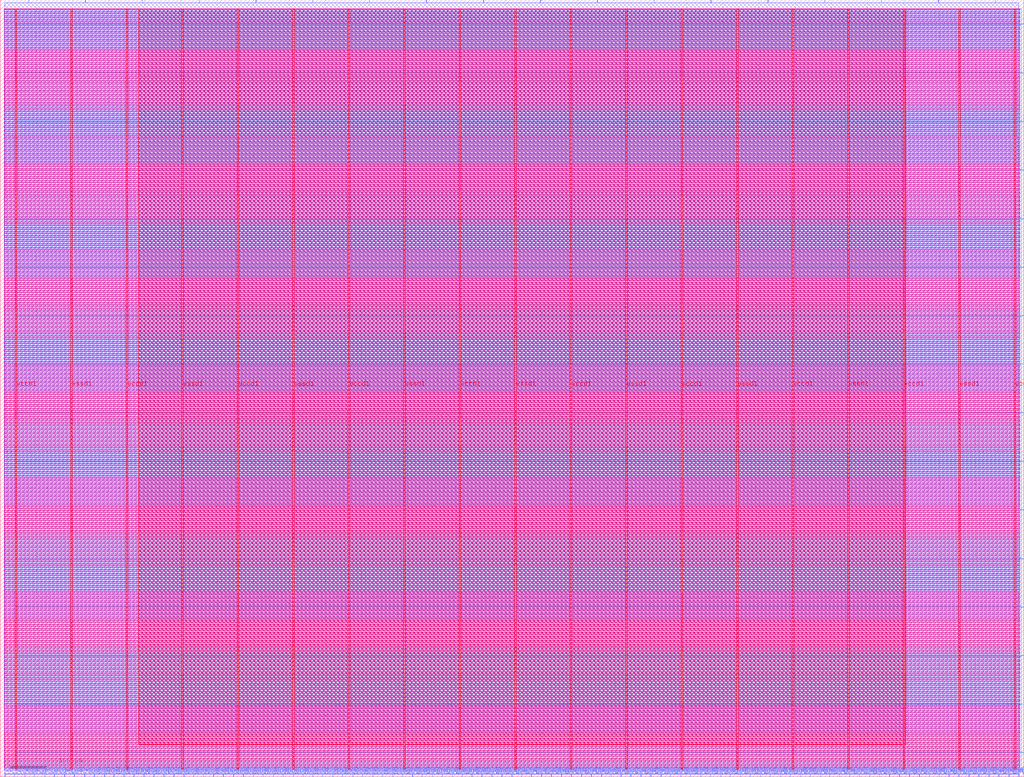
<source format=lef>
VERSION 5.7 ;
  NOWIREEXTENSIONATPIN ON ;
  DIVIDERCHAR "/" ;
  BUSBITCHARS "[]" ;
MACRO bqmain
  CLASS BLOCK ;
  FOREIGN bqmain ;
  ORIGIN 0.000 0.000 ;
  SIZE 1416.630 BY 1075.950 ;
  PIN bq_clk_i
    DIRECTION INPUT ;
    USE SIGNAL ;
    PORT
      LAYER met2 ;
        RECT 1409.530 0.000 1409.810 4.000 ;
    END
  END bq_clk_i
  PIN nreset
    DIRECTION INPUT ;
    USE SIGNAL ;
    PORT
      LAYER met2 ;
        RECT 39.190 1071.950 39.470 1075.950 ;
    END
  END nreset
  PIN valid_i
    DIRECTION INPUT ;
    USE SIGNAL ;
    PORT
      LAYER met2 ;
        RECT 117.850 1071.950 118.130 1075.950 ;
    END
  END valid_i
  PIN vccd1
    DIRECTION INPUT ;
    USE POWER ;
    PORT
      LAYER met4 ;
        RECT 21.040 10.640 22.640 1063.760 ;
    END
    PORT
      LAYER met4 ;
        RECT 174.640 10.640 176.240 1063.760 ;
    END
    PORT
      LAYER met4 ;
        RECT 328.240 10.640 329.840 1063.760 ;
    END
    PORT
      LAYER met4 ;
        RECT 481.840 10.640 483.440 1063.760 ;
    END
    PORT
      LAYER met4 ;
        RECT 635.440 10.640 637.040 1063.760 ;
    END
    PORT
      LAYER met4 ;
        RECT 789.040 10.640 790.640 1063.760 ;
    END
    PORT
      LAYER met4 ;
        RECT 942.640 10.640 944.240 1063.760 ;
    END
    PORT
      LAYER met4 ;
        RECT 1096.240 10.640 1097.840 1063.760 ;
    END
    PORT
      LAYER met4 ;
        RECT 1249.840 10.640 1251.440 1063.760 ;
    END
    PORT
      LAYER met4 ;
        RECT 1403.440 10.640 1405.040 1063.760 ;
    END
  END vccd1
  PIN vssd1
    DIRECTION INPUT ;
    USE GROUND ;
    PORT
      LAYER met4 ;
        RECT 97.840 10.640 99.440 1063.760 ;
    END
    PORT
      LAYER met4 ;
        RECT 251.440 10.640 253.040 1063.760 ;
    END
    PORT
      LAYER met4 ;
        RECT 405.040 10.640 406.640 1063.760 ;
    END
    PORT
      LAYER met4 ;
        RECT 558.640 10.640 560.240 1063.760 ;
    END
    PORT
      LAYER met4 ;
        RECT 712.240 10.640 713.840 1063.760 ;
    END
    PORT
      LAYER met4 ;
        RECT 865.840 10.640 867.440 1063.760 ;
    END
    PORT
      LAYER met4 ;
        RECT 1019.440 10.640 1021.040 1063.760 ;
    END
    PORT
      LAYER met4 ;
        RECT 1173.040 10.640 1174.640 1063.760 ;
    END
    PORT
      LAYER met4 ;
        RECT 1326.640 10.640 1328.240 1063.760 ;
    END
  END vssd1
  PIN wb_ack_o
    DIRECTION OUTPUT TRISTATE ;
    USE SIGNAL ;
    PORT
      LAYER met2 ;
        RECT 6.530 0.000 6.810 4.000 ;
    END
  END wb_ack_o
  PIN wb_adr_i[0]
    DIRECTION INPUT ;
    USE SIGNAL ;
    PORT
      LAYER met2 ;
        RECT 88.870 0.000 89.150 4.000 ;
    END
  END wb_adr_i[0]
  PIN wb_adr_i[10]
    DIRECTION INPUT ;
    USE SIGNAL ;
    PORT
      LAYER met2 ;
        RECT 501.490 0.000 501.770 4.000 ;
    END
  END wb_adr_i[10]
  PIN wb_adr_i[11]
    DIRECTION INPUT ;
    USE SIGNAL ;
    PORT
      LAYER met2 ;
        RECT 542.890 0.000 543.170 4.000 ;
    END
  END wb_adr_i[11]
  PIN wb_adr_i[12]
    DIRECTION INPUT ;
    USE SIGNAL ;
    PORT
      LAYER met2 ;
        RECT 583.830 0.000 584.110 4.000 ;
    END
  END wb_adr_i[12]
  PIN wb_adr_i[13]
    DIRECTION INPUT ;
    USE SIGNAL ;
    PORT
      LAYER met2 ;
        RECT 625.230 0.000 625.510 4.000 ;
    END
  END wb_adr_i[13]
  PIN wb_adr_i[14]
    DIRECTION INPUT ;
    USE SIGNAL ;
    PORT
      LAYER met2 ;
        RECT 666.630 0.000 666.910 4.000 ;
    END
  END wb_adr_i[14]
  PIN wb_adr_i[15]
    DIRECTION INPUT ;
    USE SIGNAL ;
    PORT
      LAYER met2 ;
        RECT 708.030 0.000 708.310 4.000 ;
    END
  END wb_adr_i[15]
  PIN wb_adr_i[16]
    DIRECTION INPUT ;
    USE SIGNAL ;
    PORT
      LAYER met2 ;
        RECT 748.970 0.000 749.250 4.000 ;
    END
  END wb_adr_i[16]
  PIN wb_adr_i[17]
    DIRECTION INPUT ;
    USE SIGNAL ;
    PORT
      LAYER met2 ;
        RECT 790.370 0.000 790.650 4.000 ;
    END
  END wb_adr_i[17]
  PIN wb_adr_i[18]
    DIRECTION INPUT ;
    USE SIGNAL ;
    PORT
      LAYER met2 ;
        RECT 831.770 0.000 832.050 4.000 ;
    END
  END wb_adr_i[18]
  PIN wb_adr_i[19]
    DIRECTION INPUT ;
    USE SIGNAL ;
    PORT
      LAYER met2 ;
        RECT 872.710 0.000 872.990 4.000 ;
    END
  END wb_adr_i[19]
  PIN wb_adr_i[1]
    DIRECTION INPUT ;
    USE SIGNAL ;
    PORT
      LAYER met2 ;
        RECT 130.270 0.000 130.550 4.000 ;
    END
  END wb_adr_i[1]
  PIN wb_adr_i[20]
    DIRECTION INPUT ;
    USE SIGNAL ;
    PORT
      LAYER met2 ;
        RECT 914.110 0.000 914.390 4.000 ;
    END
  END wb_adr_i[20]
  PIN wb_adr_i[21]
    DIRECTION INPUT ;
    USE SIGNAL ;
    PORT
      LAYER met2 ;
        RECT 955.510 0.000 955.790 4.000 ;
    END
  END wb_adr_i[21]
  PIN wb_adr_i[22]
    DIRECTION INPUT ;
    USE SIGNAL ;
    PORT
      LAYER met2 ;
        RECT 996.910 0.000 997.190 4.000 ;
    END
  END wb_adr_i[22]
  PIN wb_adr_i[23]
    DIRECTION INPUT ;
    USE SIGNAL ;
    PORT
      LAYER met2 ;
        RECT 1037.850 0.000 1038.130 4.000 ;
    END
  END wb_adr_i[23]
  PIN wb_adr_i[24]
    DIRECTION INPUT ;
    USE SIGNAL ;
    PORT
      LAYER met2 ;
        RECT 1079.250 0.000 1079.530 4.000 ;
    END
  END wb_adr_i[24]
  PIN wb_adr_i[25]
    DIRECTION INPUT ;
    USE SIGNAL ;
    PORT
      LAYER met2 ;
        RECT 1120.650 0.000 1120.930 4.000 ;
    END
  END wb_adr_i[25]
  PIN wb_adr_i[26]
    DIRECTION INPUT ;
    USE SIGNAL ;
    PORT
      LAYER met2 ;
        RECT 1161.590 0.000 1161.870 4.000 ;
    END
  END wb_adr_i[26]
  PIN wb_adr_i[27]
    DIRECTION INPUT ;
    USE SIGNAL ;
    PORT
      LAYER met2 ;
        RECT 1202.990 0.000 1203.270 4.000 ;
    END
  END wb_adr_i[27]
  PIN wb_adr_i[28]
    DIRECTION INPUT ;
    USE SIGNAL ;
    PORT
      LAYER met2 ;
        RECT 1244.390 0.000 1244.670 4.000 ;
    END
  END wb_adr_i[28]
  PIN wb_adr_i[29]
    DIRECTION INPUT ;
    USE SIGNAL ;
    PORT
      LAYER met2 ;
        RECT 1285.330 0.000 1285.610 4.000 ;
    END
  END wb_adr_i[29]
  PIN wb_adr_i[2]
    DIRECTION INPUT ;
    USE SIGNAL ;
    PORT
      LAYER met2 ;
        RECT 171.210 0.000 171.490 4.000 ;
    END
  END wb_adr_i[2]
  PIN wb_adr_i[30]
    DIRECTION INPUT ;
    USE SIGNAL ;
    PORT
      LAYER met2 ;
        RECT 1326.730 0.000 1327.010 4.000 ;
    END
  END wb_adr_i[30]
  PIN wb_adr_i[31]
    DIRECTION INPUT ;
    USE SIGNAL ;
    PORT
      LAYER met2 ;
        RECT 1368.130 0.000 1368.410 4.000 ;
    END
  END wb_adr_i[31]
  PIN wb_adr_i[3]
    DIRECTION INPUT ;
    USE SIGNAL ;
    PORT
      LAYER met2 ;
        RECT 212.610 0.000 212.890 4.000 ;
    END
  END wb_adr_i[3]
  PIN wb_adr_i[4]
    DIRECTION INPUT ;
    USE SIGNAL ;
    PORT
      LAYER met2 ;
        RECT 254.010 0.000 254.290 4.000 ;
    END
  END wb_adr_i[4]
  PIN wb_adr_i[5]
    DIRECTION INPUT ;
    USE SIGNAL ;
    PORT
      LAYER met2 ;
        RECT 294.950 0.000 295.230 4.000 ;
    END
  END wb_adr_i[5]
  PIN wb_adr_i[6]
    DIRECTION INPUT ;
    USE SIGNAL ;
    PORT
      LAYER met2 ;
        RECT 336.350 0.000 336.630 4.000 ;
    END
  END wb_adr_i[6]
  PIN wb_adr_i[7]
    DIRECTION INPUT ;
    USE SIGNAL ;
    PORT
      LAYER met2 ;
        RECT 377.750 0.000 378.030 4.000 ;
    END
  END wb_adr_i[7]
  PIN wb_adr_i[8]
    DIRECTION INPUT ;
    USE SIGNAL ;
    PORT
      LAYER met2 ;
        RECT 419.150 0.000 419.430 4.000 ;
    END
  END wb_adr_i[8]
  PIN wb_adr_i[9]
    DIRECTION INPUT ;
    USE SIGNAL ;
    PORT
      LAYER met2 ;
        RECT 460.090 0.000 460.370 4.000 ;
    END
  END wb_adr_i[9]
  PIN wb_clk_i
    DIRECTION INPUT ;
    USE SIGNAL ;
    PORT
      LAYER met2 ;
        RECT 19.870 0.000 20.150 4.000 ;
    END
  END wb_clk_i
  PIN wb_cyc_i
    DIRECTION INPUT ;
    USE SIGNAL ;
    PORT
      LAYER met2 ;
        RECT 33.670 0.000 33.950 4.000 ;
    END
  END wb_cyc_i
  PIN wb_dat_i[0]
    DIRECTION INPUT ;
    USE SIGNAL ;
    PORT
      LAYER met2 ;
        RECT 102.670 0.000 102.950 4.000 ;
    END
  END wb_dat_i[0]
  PIN wb_dat_i[10]
    DIRECTION INPUT ;
    USE SIGNAL ;
    PORT
      LAYER met2 ;
        RECT 515.290 0.000 515.570 4.000 ;
    END
  END wb_dat_i[10]
  PIN wb_dat_i[11]
    DIRECTION INPUT ;
    USE SIGNAL ;
    PORT
      LAYER met2 ;
        RECT 556.690 0.000 556.970 4.000 ;
    END
  END wb_dat_i[11]
  PIN wb_dat_i[12]
    DIRECTION INPUT ;
    USE SIGNAL ;
    PORT
      LAYER met2 ;
        RECT 597.630 0.000 597.910 4.000 ;
    END
  END wb_dat_i[12]
  PIN wb_dat_i[13]
    DIRECTION INPUT ;
    USE SIGNAL ;
    PORT
      LAYER met2 ;
        RECT 639.030 0.000 639.310 4.000 ;
    END
  END wb_dat_i[13]
  PIN wb_dat_i[14]
    DIRECTION INPUT ;
    USE SIGNAL ;
    PORT
      LAYER met2 ;
        RECT 680.430 0.000 680.710 4.000 ;
    END
  END wb_dat_i[14]
  PIN wb_dat_i[15]
    DIRECTION INPUT ;
    USE SIGNAL ;
    PORT
      LAYER met2 ;
        RECT 721.370 0.000 721.650 4.000 ;
    END
  END wb_dat_i[15]
  PIN wb_dat_i[16]
    DIRECTION INPUT ;
    USE SIGNAL ;
    PORT
      LAYER met2 ;
        RECT 762.770 0.000 763.050 4.000 ;
    END
  END wb_dat_i[16]
  PIN wb_dat_i[17]
    DIRECTION INPUT ;
    USE SIGNAL ;
    PORT
      LAYER met2 ;
        RECT 804.170 0.000 804.450 4.000 ;
    END
  END wb_dat_i[17]
  PIN wb_dat_i[18]
    DIRECTION INPUT ;
    USE SIGNAL ;
    PORT
      LAYER met2 ;
        RECT 845.570 0.000 845.850 4.000 ;
    END
  END wb_dat_i[18]
  PIN wb_dat_i[19]
    DIRECTION INPUT ;
    USE SIGNAL ;
    PORT
      LAYER met2 ;
        RECT 886.510 0.000 886.790 4.000 ;
    END
  END wb_dat_i[19]
  PIN wb_dat_i[1]
    DIRECTION INPUT ;
    USE SIGNAL ;
    PORT
      LAYER met2 ;
        RECT 144.070 0.000 144.350 4.000 ;
    END
  END wb_dat_i[1]
  PIN wb_dat_i[20]
    DIRECTION INPUT ;
    USE SIGNAL ;
    PORT
      LAYER met2 ;
        RECT 927.910 0.000 928.190 4.000 ;
    END
  END wb_dat_i[20]
  PIN wb_dat_i[21]
    DIRECTION INPUT ;
    USE SIGNAL ;
    PORT
      LAYER met2 ;
        RECT 969.310 0.000 969.590 4.000 ;
    END
  END wb_dat_i[21]
  PIN wb_dat_i[22]
    DIRECTION INPUT ;
    USE SIGNAL ;
    PORT
      LAYER met2 ;
        RECT 1010.250 0.000 1010.530 4.000 ;
    END
  END wb_dat_i[22]
  PIN wb_dat_i[23]
    DIRECTION INPUT ;
    USE SIGNAL ;
    PORT
      LAYER met2 ;
        RECT 1051.650 0.000 1051.930 4.000 ;
    END
  END wb_dat_i[23]
  PIN wb_dat_i[24]
    DIRECTION INPUT ;
    USE SIGNAL ;
    PORT
      LAYER met2 ;
        RECT 1093.050 0.000 1093.330 4.000 ;
    END
  END wb_dat_i[24]
  PIN wb_dat_i[25]
    DIRECTION INPUT ;
    USE SIGNAL ;
    PORT
      LAYER met2 ;
        RECT 1134.450 0.000 1134.730 4.000 ;
    END
  END wb_dat_i[25]
  PIN wb_dat_i[26]
    DIRECTION INPUT ;
    USE SIGNAL ;
    PORT
      LAYER met2 ;
        RECT 1175.390 0.000 1175.670 4.000 ;
    END
  END wb_dat_i[26]
  PIN wb_dat_i[27]
    DIRECTION INPUT ;
    USE SIGNAL ;
    PORT
      LAYER met2 ;
        RECT 1216.790 0.000 1217.070 4.000 ;
    END
  END wb_dat_i[27]
  PIN wb_dat_i[28]
    DIRECTION INPUT ;
    USE SIGNAL ;
    PORT
      LAYER met2 ;
        RECT 1258.190 0.000 1258.470 4.000 ;
    END
  END wb_dat_i[28]
  PIN wb_dat_i[29]
    DIRECTION INPUT ;
    USE SIGNAL ;
    PORT
      LAYER met2 ;
        RECT 1299.130 0.000 1299.410 4.000 ;
    END
  END wb_dat_i[29]
  PIN wb_dat_i[2]
    DIRECTION INPUT ;
    USE SIGNAL ;
    PORT
      LAYER met2 ;
        RECT 185.010 0.000 185.290 4.000 ;
    END
  END wb_dat_i[2]
  PIN wb_dat_i[30]
    DIRECTION INPUT ;
    USE SIGNAL ;
    PORT
      LAYER met2 ;
        RECT 1340.530 0.000 1340.810 4.000 ;
    END
  END wb_dat_i[30]
  PIN wb_dat_i[31]
    DIRECTION INPUT ;
    USE SIGNAL ;
    PORT
      LAYER met2 ;
        RECT 1381.930 0.000 1382.210 4.000 ;
    END
  END wb_dat_i[31]
  PIN wb_dat_i[3]
    DIRECTION INPUT ;
    USE SIGNAL ;
    PORT
      LAYER met2 ;
        RECT 226.410 0.000 226.690 4.000 ;
    END
  END wb_dat_i[3]
  PIN wb_dat_i[4]
    DIRECTION INPUT ;
    USE SIGNAL ;
    PORT
      LAYER met2 ;
        RECT 267.810 0.000 268.090 4.000 ;
    END
  END wb_dat_i[4]
  PIN wb_dat_i[5]
    DIRECTION INPUT ;
    USE SIGNAL ;
    PORT
      LAYER met2 ;
        RECT 308.750 0.000 309.030 4.000 ;
    END
  END wb_dat_i[5]
  PIN wb_dat_i[6]
    DIRECTION INPUT ;
    USE SIGNAL ;
    PORT
      LAYER met2 ;
        RECT 350.150 0.000 350.430 4.000 ;
    END
  END wb_dat_i[6]
  PIN wb_dat_i[7]
    DIRECTION INPUT ;
    USE SIGNAL ;
    PORT
      LAYER met2 ;
        RECT 391.550 0.000 391.830 4.000 ;
    END
  END wb_dat_i[7]
  PIN wb_dat_i[8]
    DIRECTION INPUT ;
    USE SIGNAL ;
    PORT
      LAYER met2 ;
        RECT 432.490 0.000 432.770 4.000 ;
    END
  END wb_dat_i[8]
  PIN wb_dat_i[9]
    DIRECTION INPUT ;
    USE SIGNAL ;
    PORT
      LAYER met2 ;
        RECT 473.890 0.000 474.170 4.000 ;
    END
  END wb_dat_i[9]
  PIN wb_dat_o[0]
    DIRECTION OUTPUT TRISTATE ;
    USE SIGNAL ;
    PORT
      LAYER met2 ;
        RECT 116.470 0.000 116.750 4.000 ;
    END
  END wb_dat_o[0]
  PIN wb_dat_o[10]
    DIRECTION OUTPUT TRISTATE ;
    USE SIGNAL ;
    PORT
      LAYER met2 ;
        RECT 529.090 0.000 529.370 4.000 ;
    END
  END wb_dat_o[10]
  PIN wb_dat_o[11]
    DIRECTION OUTPUT TRISTATE ;
    USE SIGNAL ;
    PORT
      LAYER met2 ;
        RECT 570.490 0.000 570.770 4.000 ;
    END
  END wb_dat_o[11]
  PIN wb_dat_o[12]
    DIRECTION OUTPUT TRISTATE ;
    USE SIGNAL ;
    PORT
      LAYER met2 ;
        RECT 611.430 0.000 611.710 4.000 ;
    END
  END wb_dat_o[12]
  PIN wb_dat_o[13]
    DIRECTION OUTPUT TRISTATE ;
    USE SIGNAL ;
    PORT
      LAYER met2 ;
        RECT 652.830 0.000 653.110 4.000 ;
    END
  END wb_dat_o[13]
  PIN wb_dat_o[14]
    DIRECTION OUTPUT TRISTATE ;
    USE SIGNAL ;
    PORT
      LAYER met2 ;
        RECT 694.230 0.000 694.510 4.000 ;
    END
  END wb_dat_o[14]
  PIN wb_dat_o[15]
    DIRECTION OUTPUT TRISTATE ;
    USE SIGNAL ;
    PORT
      LAYER met2 ;
        RECT 735.170 0.000 735.450 4.000 ;
    END
  END wb_dat_o[15]
  PIN wb_dat_o[16]
    DIRECTION OUTPUT TRISTATE ;
    USE SIGNAL ;
    PORT
      LAYER met2 ;
        RECT 776.570 0.000 776.850 4.000 ;
    END
  END wb_dat_o[16]
  PIN wb_dat_o[17]
    DIRECTION OUTPUT TRISTATE ;
    USE SIGNAL ;
    PORT
      LAYER met2 ;
        RECT 817.970 0.000 818.250 4.000 ;
    END
  END wb_dat_o[17]
  PIN wb_dat_o[18]
    DIRECTION OUTPUT TRISTATE ;
    USE SIGNAL ;
    PORT
      LAYER met2 ;
        RECT 858.910 0.000 859.190 4.000 ;
    END
  END wb_dat_o[18]
  PIN wb_dat_o[19]
    DIRECTION OUTPUT TRISTATE ;
    USE SIGNAL ;
    PORT
      LAYER met2 ;
        RECT 900.310 0.000 900.590 4.000 ;
    END
  END wb_dat_o[19]
  PIN wb_dat_o[1]
    DIRECTION OUTPUT TRISTATE ;
    USE SIGNAL ;
    PORT
      LAYER met2 ;
        RECT 157.410 0.000 157.690 4.000 ;
    END
  END wb_dat_o[1]
  PIN wb_dat_o[20]
    DIRECTION OUTPUT TRISTATE ;
    USE SIGNAL ;
    PORT
      LAYER met2 ;
        RECT 941.710 0.000 941.990 4.000 ;
    END
  END wb_dat_o[20]
  PIN wb_dat_o[21]
    DIRECTION OUTPUT TRISTATE ;
    USE SIGNAL ;
    PORT
      LAYER met2 ;
        RECT 983.110 0.000 983.390 4.000 ;
    END
  END wb_dat_o[21]
  PIN wb_dat_o[22]
    DIRECTION OUTPUT TRISTATE ;
    USE SIGNAL ;
    PORT
      LAYER met2 ;
        RECT 1024.050 0.000 1024.330 4.000 ;
    END
  END wb_dat_o[22]
  PIN wb_dat_o[23]
    DIRECTION OUTPUT TRISTATE ;
    USE SIGNAL ;
    PORT
      LAYER met2 ;
        RECT 1065.450 0.000 1065.730 4.000 ;
    END
  END wb_dat_o[23]
  PIN wb_dat_o[24]
    DIRECTION OUTPUT TRISTATE ;
    USE SIGNAL ;
    PORT
      LAYER met2 ;
        RECT 1106.850 0.000 1107.130 4.000 ;
    END
  END wb_dat_o[24]
  PIN wb_dat_o[25]
    DIRECTION OUTPUT TRISTATE ;
    USE SIGNAL ;
    PORT
      LAYER met2 ;
        RECT 1147.790 0.000 1148.070 4.000 ;
    END
  END wb_dat_o[25]
  PIN wb_dat_o[26]
    DIRECTION OUTPUT TRISTATE ;
    USE SIGNAL ;
    PORT
      LAYER met2 ;
        RECT 1189.190 0.000 1189.470 4.000 ;
    END
  END wb_dat_o[26]
  PIN wb_dat_o[27]
    DIRECTION OUTPUT TRISTATE ;
    USE SIGNAL ;
    PORT
      LAYER met2 ;
        RECT 1230.590 0.000 1230.870 4.000 ;
    END
  END wb_dat_o[27]
  PIN wb_dat_o[28]
    DIRECTION OUTPUT TRISTATE ;
    USE SIGNAL ;
    PORT
      LAYER met2 ;
        RECT 1271.990 0.000 1272.270 4.000 ;
    END
  END wb_dat_o[28]
  PIN wb_dat_o[29]
    DIRECTION OUTPUT TRISTATE ;
    USE SIGNAL ;
    PORT
      LAYER met2 ;
        RECT 1312.930 0.000 1313.210 4.000 ;
    END
  END wb_dat_o[29]
  PIN wb_dat_o[2]
    DIRECTION OUTPUT TRISTATE ;
    USE SIGNAL ;
    PORT
      LAYER met2 ;
        RECT 198.810 0.000 199.090 4.000 ;
    END
  END wb_dat_o[2]
  PIN wb_dat_o[30]
    DIRECTION OUTPUT TRISTATE ;
    USE SIGNAL ;
    PORT
      LAYER met2 ;
        RECT 1354.330 0.000 1354.610 4.000 ;
    END
  END wb_dat_o[30]
  PIN wb_dat_o[31]
    DIRECTION OUTPUT TRISTATE ;
    USE SIGNAL ;
    PORT
      LAYER met2 ;
        RECT 1395.730 0.000 1396.010 4.000 ;
    END
  END wb_dat_o[31]
  PIN wb_dat_o[3]
    DIRECTION OUTPUT TRISTATE ;
    USE SIGNAL ;
    PORT
      LAYER met2 ;
        RECT 240.210 0.000 240.490 4.000 ;
    END
  END wb_dat_o[3]
  PIN wb_dat_o[4]
    DIRECTION OUTPUT TRISTATE ;
    USE SIGNAL ;
    PORT
      LAYER met2 ;
        RECT 281.610 0.000 281.890 4.000 ;
    END
  END wb_dat_o[4]
  PIN wb_dat_o[5]
    DIRECTION OUTPUT TRISTATE ;
    USE SIGNAL ;
    PORT
      LAYER met2 ;
        RECT 322.550 0.000 322.830 4.000 ;
    END
  END wb_dat_o[5]
  PIN wb_dat_o[6]
    DIRECTION OUTPUT TRISTATE ;
    USE SIGNAL ;
    PORT
      LAYER met2 ;
        RECT 363.950 0.000 364.230 4.000 ;
    END
  END wb_dat_o[6]
  PIN wb_dat_o[7]
    DIRECTION OUTPUT TRISTATE ;
    USE SIGNAL ;
    PORT
      LAYER met2 ;
        RECT 405.350 0.000 405.630 4.000 ;
    END
  END wb_dat_o[7]
  PIN wb_dat_o[8]
    DIRECTION OUTPUT TRISTATE ;
    USE SIGNAL ;
    PORT
      LAYER met2 ;
        RECT 446.290 0.000 446.570 4.000 ;
    END
  END wb_dat_o[8]
  PIN wb_dat_o[9]
    DIRECTION OUTPUT TRISTATE ;
    USE SIGNAL ;
    PORT
      LAYER met2 ;
        RECT 487.690 0.000 487.970 4.000 ;
    END
  END wb_dat_o[9]
  PIN wb_rst_i
    DIRECTION INPUT ;
    USE SIGNAL ;
    PORT
      LAYER met2 ;
        RECT 47.470 0.000 47.750 4.000 ;
    END
  END wb_rst_i
  PIN wb_stb_i
    DIRECTION INPUT ;
    USE SIGNAL ;
    PORT
      LAYER met2 ;
        RECT 61.270 0.000 61.550 4.000 ;
    END
  END wb_stb_i
  PIN wb_we_i
    DIRECTION INPUT ;
    USE SIGNAL ;
    PORT
      LAYER met2 ;
        RECT 75.070 0.000 75.350 4.000 ;
    END
  END wb_we_i
  PIN x[0]
    DIRECTION INPUT ;
    USE SIGNAL ;
    PORT
      LAYER met3 ;
        RECT 1412.630 33.360 1416.630 33.960 ;
    END
  END x[0]
  PIN x[10]
    DIRECTION INPUT ;
    USE SIGNAL ;
    PORT
      LAYER met3 ;
        RECT 1412.630 705.200 1416.630 705.800 ;
    END
  END x[10]
  PIN x[11]
    DIRECTION INPUT ;
    USE SIGNAL ;
    PORT
      LAYER met3 ;
        RECT 1412.630 772.520 1416.630 773.120 ;
    END
  END x[11]
  PIN x[12]
    DIRECTION INPUT ;
    USE SIGNAL ;
    PORT
      LAYER met3 ;
        RECT 1412.630 839.840 1416.630 840.440 ;
    END
  END x[12]
  PIN x[13]
    DIRECTION INPUT ;
    USE SIGNAL ;
    PORT
      LAYER met3 ;
        RECT 1412.630 907.160 1416.630 907.760 ;
    END
  END x[13]
  PIN x[14]
    DIRECTION INPUT ;
    USE SIGNAL ;
    PORT
      LAYER met3 ;
        RECT 1412.630 974.480 1416.630 975.080 ;
    END
  END x[14]
  PIN x[15]
    DIRECTION INPUT ;
    USE SIGNAL ;
    PORT
      LAYER met3 ;
        RECT 1412.630 1041.800 1416.630 1042.400 ;
    END
  END x[15]
  PIN x[1]
    DIRECTION INPUT ;
    USE SIGNAL ;
    PORT
      LAYER met3 ;
        RECT 1412.630 100.000 1416.630 100.600 ;
    END
  END x[1]
  PIN x[2]
    DIRECTION INPUT ;
    USE SIGNAL ;
    PORT
      LAYER met3 ;
        RECT 1412.630 167.320 1416.630 167.920 ;
    END
  END x[2]
  PIN x[3]
    DIRECTION INPUT ;
    USE SIGNAL ;
    PORT
      LAYER met3 ;
        RECT 1412.630 234.640 1416.630 235.240 ;
    END
  END x[3]
  PIN x[4]
    DIRECTION INPUT ;
    USE SIGNAL ;
    PORT
      LAYER met3 ;
        RECT 1412.630 301.960 1416.630 302.560 ;
    END
  END x[4]
  PIN x[5]
    DIRECTION INPUT ;
    USE SIGNAL ;
    PORT
      LAYER met3 ;
        RECT 1412.630 369.280 1416.630 369.880 ;
    END
  END x[5]
  PIN x[6]
    DIRECTION INPUT ;
    USE SIGNAL ;
    PORT
      LAYER met3 ;
        RECT 1412.630 436.600 1416.630 437.200 ;
    END
  END x[6]
  PIN x[7]
    DIRECTION INPUT ;
    USE SIGNAL ;
    PORT
      LAYER met3 ;
        RECT 1412.630 503.920 1416.630 504.520 ;
    END
  END x[7]
  PIN x[8]
    DIRECTION INPUT ;
    USE SIGNAL ;
    PORT
      LAYER met3 ;
        RECT 1412.630 571.240 1416.630 571.840 ;
    END
  END x[8]
  PIN x[9]
    DIRECTION INPUT ;
    USE SIGNAL ;
    PORT
      LAYER met3 ;
        RECT 1412.630 637.880 1416.630 638.480 ;
    END
  END x[9]
  PIN y[0]
    DIRECTION OUTPUT TRISTATE ;
    USE SIGNAL ;
    PORT
      LAYER met2 ;
        RECT 196.510 1071.950 196.790 1075.950 ;
    END
  END y[0]
  PIN y[10]
    DIRECTION OUTPUT TRISTATE ;
    USE SIGNAL ;
    PORT
      LAYER met2 ;
        RECT 983.570 1071.950 983.850 1075.950 ;
    END
  END y[10]
  PIN y[11]
    DIRECTION OUTPUT TRISTATE ;
    USE SIGNAL ;
    PORT
      LAYER met2 ;
        RECT 1062.230 1071.950 1062.510 1075.950 ;
    END
  END y[11]
  PIN y[12]
    DIRECTION OUTPUT TRISTATE ;
    USE SIGNAL ;
    PORT
      LAYER met2 ;
        RECT 1140.890 1071.950 1141.170 1075.950 ;
    END
  END y[12]
  PIN y[13]
    DIRECTION OUTPUT TRISTATE ;
    USE SIGNAL ;
    PORT
      LAYER met2 ;
        RECT 1219.550 1071.950 1219.830 1075.950 ;
    END
  END y[13]
  PIN y[14]
    DIRECTION OUTPUT TRISTATE ;
    USE SIGNAL ;
    PORT
      LAYER met2 ;
        RECT 1298.210 1071.950 1298.490 1075.950 ;
    END
  END y[14]
  PIN y[15]
    DIRECTION OUTPUT TRISTATE ;
    USE SIGNAL ;
    PORT
      LAYER met2 ;
        RECT 1376.870 1071.950 1377.150 1075.950 ;
    END
  END y[15]
  PIN y[1]
    DIRECTION OUTPUT TRISTATE ;
    USE SIGNAL ;
    PORT
      LAYER met2 ;
        RECT 275.170 1071.950 275.450 1075.950 ;
    END
  END y[1]
  PIN y[2]
    DIRECTION OUTPUT TRISTATE ;
    USE SIGNAL ;
    PORT
      LAYER met2 ;
        RECT 353.830 1071.950 354.110 1075.950 ;
    END
  END y[2]
  PIN y[3]
    DIRECTION OUTPUT TRISTATE ;
    USE SIGNAL ;
    PORT
      LAYER met2 ;
        RECT 432.490 1071.950 432.770 1075.950 ;
    END
  END y[3]
  PIN y[4]
    DIRECTION OUTPUT TRISTATE ;
    USE SIGNAL ;
    PORT
      LAYER met2 ;
        RECT 511.150 1071.950 511.430 1075.950 ;
    END
  END y[4]
  PIN y[5]
    DIRECTION OUTPUT TRISTATE ;
    USE SIGNAL ;
    PORT
      LAYER met2 ;
        RECT 589.810 1071.950 590.090 1075.950 ;
    END
  END y[5]
  PIN y[6]
    DIRECTION OUTPUT TRISTATE ;
    USE SIGNAL ;
    PORT
      LAYER met2 ;
        RECT 668.470 1071.950 668.750 1075.950 ;
    END
  END y[6]
  PIN y[7]
    DIRECTION OUTPUT TRISTATE ;
    USE SIGNAL ;
    PORT
      LAYER met2 ;
        RECT 747.590 1071.950 747.870 1075.950 ;
    END
  END y[7]
  PIN y[8]
    DIRECTION OUTPUT TRISTATE ;
    USE SIGNAL ;
    PORT
      LAYER met2 ;
        RECT 826.250 1071.950 826.530 1075.950 ;
    END
  END y[8]
  PIN y[9]
    DIRECTION OUTPUT TRISTATE ;
    USE SIGNAL ;
    PORT
      LAYER met2 ;
        RECT 904.910 1071.950 905.190 1075.950 ;
    END
  END y[9]
  OBS
      LAYER nwell ;
        RECT 5.330 1062.105 1411.010 1063.710 ;
        RECT 5.330 1056.665 1411.010 1059.495 ;
        RECT 5.330 1051.225 1411.010 1054.055 ;
        RECT 5.330 1045.785 1411.010 1048.615 ;
        RECT 5.330 1040.345 1411.010 1043.175 ;
        RECT 5.330 1034.905 1411.010 1037.735 ;
        RECT 5.330 1029.465 1411.010 1032.295 ;
        RECT 5.330 1024.025 1411.010 1026.855 ;
        RECT 5.330 1018.585 1411.010 1021.415 ;
        RECT 5.330 1013.145 1411.010 1015.975 ;
        RECT 5.330 1007.705 1411.010 1010.535 ;
        RECT 5.330 1002.265 1411.010 1005.095 ;
        RECT 5.330 996.825 1411.010 999.655 ;
        RECT 5.330 991.385 1411.010 994.215 ;
        RECT 5.330 985.945 1411.010 988.775 ;
        RECT 5.330 980.505 1411.010 983.335 ;
        RECT 5.330 975.065 1411.010 977.895 ;
        RECT 5.330 969.625 1411.010 972.455 ;
        RECT 5.330 964.185 1411.010 967.015 ;
        RECT 5.330 958.745 1411.010 961.575 ;
        RECT 5.330 953.305 1411.010 956.135 ;
        RECT 5.330 947.865 1411.010 950.695 ;
        RECT 5.330 942.425 1411.010 945.255 ;
        RECT 5.330 936.985 1411.010 939.815 ;
        RECT 5.330 931.545 1411.010 934.375 ;
        RECT 5.330 926.105 1411.010 928.935 ;
        RECT 5.330 920.665 1411.010 923.495 ;
        RECT 5.330 915.225 1411.010 918.055 ;
        RECT 5.330 909.785 1411.010 912.615 ;
        RECT 5.330 904.345 1411.010 907.175 ;
        RECT 5.330 898.905 1411.010 901.735 ;
        RECT 5.330 893.465 1411.010 896.295 ;
        RECT 5.330 888.025 1411.010 890.855 ;
        RECT 5.330 882.585 1411.010 885.415 ;
        RECT 5.330 877.145 1411.010 879.975 ;
        RECT 5.330 871.705 1411.010 874.535 ;
        RECT 5.330 866.265 1411.010 869.095 ;
        RECT 5.330 860.825 1411.010 863.655 ;
        RECT 5.330 855.385 1411.010 858.215 ;
        RECT 5.330 849.945 1411.010 852.775 ;
        RECT 5.330 844.505 1411.010 847.335 ;
        RECT 5.330 839.065 1411.010 841.895 ;
        RECT 5.330 833.625 1411.010 836.455 ;
        RECT 5.330 828.185 1411.010 831.015 ;
        RECT 5.330 822.745 1411.010 825.575 ;
        RECT 5.330 817.305 1411.010 820.135 ;
        RECT 5.330 811.865 1411.010 814.695 ;
        RECT 5.330 806.425 1411.010 809.255 ;
        RECT 5.330 800.985 1411.010 803.815 ;
        RECT 5.330 795.545 1411.010 798.375 ;
        RECT 5.330 790.105 1411.010 792.935 ;
        RECT 5.330 784.665 1411.010 787.495 ;
        RECT 5.330 779.225 1411.010 782.055 ;
        RECT 5.330 773.785 1411.010 776.615 ;
        RECT 5.330 768.345 1411.010 771.175 ;
        RECT 5.330 762.905 1411.010 765.735 ;
        RECT 5.330 757.465 1411.010 760.295 ;
        RECT 5.330 752.025 1411.010 754.855 ;
        RECT 5.330 746.585 1411.010 749.415 ;
        RECT 5.330 741.145 1411.010 743.975 ;
        RECT 5.330 735.705 1411.010 738.535 ;
        RECT 5.330 730.265 1411.010 733.095 ;
        RECT 5.330 724.825 1411.010 727.655 ;
        RECT 5.330 719.385 1411.010 722.215 ;
        RECT 5.330 713.945 1411.010 716.775 ;
        RECT 5.330 708.505 1411.010 711.335 ;
        RECT 5.330 703.065 1411.010 705.895 ;
        RECT 5.330 697.625 1411.010 700.455 ;
        RECT 5.330 692.185 1411.010 695.015 ;
        RECT 5.330 686.745 1411.010 689.575 ;
        RECT 5.330 681.305 1411.010 684.135 ;
        RECT 5.330 675.865 1411.010 678.695 ;
        RECT 5.330 670.425 1411.010 673.255 ;
        RECT 5.330 664.985 1411.010 667.815 ;
        RECT 5.330 659.545 1411.010 662.375 ;
        RECT 5.330 654.105 1411.010 656.935 ;
        RECT 5.330 648.665 1411.010 651.495 ;
        RECT 5.330 643.225 1411.010 646.055 ;
        RECT 5.330 637.785 1411.010 640.615 ;
        RECT 5.330 632.345 1411.010 635.175 ;
        RECT 5.330 626.905 1411.010 629.735 ;
        RECT 5.330 621.465 1411.010 624.295 ;
        RECT 5.330 616.025 1411.010 618.855 ;
        RECT 5.330 610.585 1411.010 613.415 ;
        RECT 5.330 605.145 1411.010 607.975 ;
        RECT 5.330 599.705 1411.010 602.535 ;
        RECT 5.330 594.265 1411.010 597.095 ;
        RECT 5.330 588.825 1411.010 591.655 ;
        RECT 5.330 583.385 1411.010 586.215 ;
        RECT 5.330 577.945 1411.010 580.775 ;
        RECT 5.330 572.505 1411.010 575.335 ;
        RECT 5.330 567.065 1411.010 569.895 ;
        RECT 5.330 561.625 1411.010 564.455 ;
        RECT 5.330 556.185 1411.010 559.015 ;
        RECT 5.330 550.745 1411.010 553.575 ;
        RECT 5.330 545.305 1411.010 548.135 ;
        RECT 5.330 539.865 1411.010 542.695 ;
        RECT 5.330 534.425 1411.010 537.255 ;
        RECT 5.330 528.985 1411.010 531.815 ;
        RECT 5.330 523.545 1411.010 526.375 ;
        RECT 5.330 518.105 1411.010 520.935 ;
        RECT 5.330 512.665 1411.010 515.495 ;
        RECT 5.330 507.225 1411.010 510.055 ;
        RECT 5.330 501.785 1411.010 504.615 ;
        RECT 5.330 496.345 1411.010 499.175 ;
        RECT 5.330 490.905 1411.010 493.735 ;
        RECT 5.330 485.465 1411.010 488.295 ;
        RECT 5.330 480.025 1411.010 482.855 ;
        RECT 5.330 474.585 1411.010 477.415 ;
        RECT 5.330 469.145 1411.010 471.975 ;
        RECT 5.330 463.705 1411.010 466.535 ;
        RECT 5.330 458.265 1411.010 461.095 ;
        RECT 5.330 452.825 1411.010 455.655 ;
        RECT 5.330 447.385 1411.010 450.215 ;
        RECT 5.330 441.945 1411.010 444.775 ;
        RECT 5.330 436.505 1411.010 439.335 ;
        RECT 5.330 431.065 1411.010 433.895 ;
        RECT 5.330 425.625 1411.010 428.455 ;
        RECT 5.330 420.185 1411.010 423.015 ;
        RECT 5.330 414.745 1411.010 417.575 ;
        RECT 5.330 409.305 1411.010 412.135 ;
        RECT 5.330 403.865 1411.010 406.695 ;
        RECT 5.330 398.425 1411.010 401.255 ;
        RECT 5.330 392.985 1411.010 395.815 ;
        RECT 5.330 387.545 1411.010 390.375 ;
        RECT 5.330 382.105 1411.010 384.935 ;
        RECT 5.330 376.665 1411.010 379.495 ;
        RECT 5.330 371.225 1411.010 374.055 ;
        RECT 5.330 365.785 1411.010 368.615 ;
        RECT 5.330 360.345 1411.010 363.175 ;
        RECT 5.330 354.905 1411.010 357.735 ;
        RECT 5.330 349.465 1411.010 352.295 ;
        RECT 5.330 344.025 1411.010 346.855 ;
        RECT 5.330 338.585 1411.010 341.415 ;
        RECT 5.330 333.145 1411.010 335.975 ;
        RECT 5.330 327.705 1411.010 330.535 ;
        RECT 5.330 322.265 1411.010 325.095 ;
        RECT 5.330 316.825 1411.010 319.655 ;
        RECT 5.330 311.385 1411.010 314.215 ;
        RECT 5.330 305.945 1411.010 308.775 ;
        RECT 5.330 300.505 1411.010 303.335 ;
        RECT 5.330 295.065 1411.010 297.895 ;
        RECT 5.330 289.625 1411.010 292.455 ;
        RECT 5.330 284.185 1411.010 287.015 ;
        RECT 5.330 278.745 1411.010 281.575 ;
        RECT 5.330 273.305 1411.010 276.135 ;
        RECT 5.330 267.865 1411.010 270.695 ;
        RECT 5.330 262.425 1411.010 265.255 ;
        RECT 5.330 256.985 1411.010 259.815 ;
        RECT 5.330 251.545 1411.010 254.375 ;
        RECT 5.330 246.105 1411.010 248.935 ;
        RECT 5.330 240.665 1411.010 243.495 ;
        RECT 5.330 235.225 1411.010 238.055 ;
        RECT 5.330 229.785 1411.010 232.615 ;
        RECT 5.330 224.345 1411.010 227.175 ;
        RECT 5.330 218.905 1411.010 221.735 ;
        RECT 5.330 213.465 1411.010 216.295 ;
        RECT 5.330 208.025 1411.010 210.855 ;
        RECT 5.330 202.585 1411.010 205.415 ;
        RECT 5.330 197.145 1411.010 199.975 ;
        RECT 5.330 191.705 1411.010 194.535 ;
        RECT 5.330 186.265 1411.010 189.095 ;
        RECT 5.330 180.825 1411.010 183.655 ;
        RECT 5.330 175.385 1411.010 178.215 ;
        RECT 5.330 169.945 1411.010 172.775 ;
        RECT 5.330 164.505 1411.010 167.335 ;
        RECT 5.330 159.065 1411.010 161.895 ;
        RECT 5.330 153.625 1411.010 156.455 ;
        RECT 5.330 148.185 1411.010 151.015 ;
        RECT 5.330 142.745 1411.010 145.575 ;
        RECT 5.330 137.305 1411.010 140.135 ;
        RECT 5.330 131.865 1411.010 134.695 ;
        RECT 5.330 126.425 1411.010 129.255 ;
        RECT 5.330 120.985 1411.010 123.815 ;
        RECT 5.330 115.545 1411.010 118.375 ;
        RECT 5.330 110.105 1411.010 112.935 ;
        RECT 5.330 104.665 1411.010 107.495 ;
        RECT 5.330 99.225 1411.010 102.055 ;
        RECT 5.330 93.785 1411.010 96.615 ;
        RECT 5.330 88.345 1411.010 91.175 ;
        RECT 5.330 82.905 1411.010 85.735 ;
        RECT 5.330 77.465 1411.010 80.295 ;
        RECT 5.330 72.025 1411.010 74.855 ;
        RECT 5.330 66.585 1411.010 69.415 ;
        RECT 5.330 61.145 1411.010 63.975 ;
        RECT 5.330 55.705 1411.010 58.535 ;
        RECT 5.330 50.265 1411.010 53.095 ;
        RECT 5.330 44.825 1411.010 47.655 ;
        RECT 5.330 39.385 1411.010 42.215 ;
        RECT 5.330 33.945 1411.010 36.775 ;
        RECT 5.330 28.505 1411.010 31.335 ;
        RECT 5.330 23.065 1411.010 25.895 ;
        RECT 5.330 17.625 1411.010 20.455 ;
        RECT 5.330 12.185 1411.010 15.015 ;
      LAYER li1 ;
        RECT 5.520 10.795 1410.820 1063.605 ;
      LAYER met1 ;
        RECT 5.520 8.880 1410.820 1063.760 ;
      LAYER met2 ;
        RECT 6.540 1071.670 38.910 1072.090 ;
        RECT 39.750 1071.670 117.570 1072.090 ;
        RECT 118.410 1071.670 196.230 1072.090 ;
        RECT 197.070 1071.670 274.890 1072.090 ;
        RECT 275.730 1071.670 353.550 1072.090 ;
        RECT 354.390 1071.670 432.210 1072.090 ;
        RECT 433.050 1071.670 510.870 1072.090 ;
        RECT 511.710 1071.670 589.530 1072.090 ;
        RECT 590.370 1071.670 668.190 1072.090 ;
        RECT 669.030 1071.670 747.310 1072.090 ;
        RECT 748.150 1071.670 825.970 1072.090 ;
        RECT 826.810 1071.670 904.630 1072.090 ;
        RECT 905.470 1071.670 983.290 1072.090 ;
        RECT 984.130 1071.670 1061.950 1072.090 ;
        RECT 1062.790 1071.670 1140.610 1072.090 ;
        RECT 1141.450 1071.670 1219.270 1072.090 ;
        RECT 1220.110 1071.670 1297.930 1072.090 ;
        RECT 1298.770 1071.670 1376.590 1072.090 ;
        RECT 1377.430 1071.670 1409.800 1072.090 ;
        RECT 6.540 4.280 1409.800 1071.670 ;
        RECT 7.090 3.670 19.590 4.280 ;
        RECT 20.430 3.670 33.390 4.280 ;
        RECT 34.230 3.670 47.190 4.280 ;
        RECT 48.030 3.670 60.990 4.280 ;
        RECT 61.830 3.670 74.790 4.280 ;
        RECT 75.630 3.670 88.590 4.280 ;
        RECT 89.430 3.670 102.390 4.280 ;
        RECT 103.230 3.670 116.190 4.280 ;
        RECT 117.030 3.670 129.990 4.280 ;
        RECT 130.830 3.670 143.790 4.280 ;
        RECT 144.630 3.670 157.130 4.280 ;
        RECT 157.970 3.670 170.930 4.280 ;
        RECT 171.770 3.670 184.730 4.280 ;
        RECT 185.570 3.670 198.530 4.280 ;
        RECT 199.370 3.670 212.330 4.280 ;
        RECT 213.170 3.670 226.130 4.280 ;
        RECT 226.970 3.670 239.930 4.280 ;
        RECT 240.770 3.670 253.730 4.280 ;
        RECT 254.570 3.670 267.530 4.280 ;
        RECT 268.370 3.670 281.330 4.280 ;
        RECT 282.170 3.670 294.670 4.280 ;
        RECT 295.510 3.670 308.470 4.280 ;
        RECT 309.310 3.670 322.270 4.280 ;
        RECT 323.110 3.670 336.070 4.280 ;
        RECT 336.910 3.670 349.870 4.280 ;
        RECT 350.710 3.670 363.670 4.280 ;
        RECT 364.510 3.670 377.470 4.280 ;
        RECT 378.310 3.670 391.270 4.280 ;
        RECT 392.110 3.670 405.070 4.280 ;
        RECT 405.910 3.670 418.870 4.280 ;
        RECT 419.710 3.670 432.210 4.280 ;
        RECT 433.050 3.670 446.010 4.280 ;
        RECT 446.850 3.670 459.810 4.280 ;
        RECT 460.650 3.670 473.610 4.280 ;
        RECT 474.450 3.670 487.410 4.280 ;
        RECT 488.250 3.670 501.210 4.280 ;
        RECT 502.050 3.670 515.010 4.280 ;
        RECT 515.850 3.670 528.810 4.280 ;
        RECT 529.650 3.670 542.610 4.280 ;
        RECT 543.450 3.670 556.410 4.280 ;
        RECT 557.250 3.670 570.210 4.280 ;
        RECT 571.050 3.670 583.550 4.280 ;
        RECT 584.390 3.670 597.350 4.280 ;
        RECT 598.190 3.670 611.150 4.280 ;
        RECT 611.990 3.670 624.950 4.280 ;
        RECT 625.790 3.670 638.750 4.280 ;
        RECT 639.590 3.670 652.550 4.280 ;
        RECT 653.390 3.670 666.350 4.280 ;
        RECT 667.190 3.670 680.150 4.280 ;
        RECT 680.990 3.670 693.950 4.280 ;
        RECT 694.790 3.670 707.750 4.280 ;
        RECT 708.590 3.670 721.090 4.280 ;
        RECT 721.930 3.670 734.890 4.280 ;
        RECT 735.730 3.670 748.690 4.280 ;
        RECT 749.530 3.670 762.490 4.280 ;
        RECT 763.330 3.670 776.290 4.280 ;
        RECT 777.130 3.670 790.090 4.280 ;
        RECT 790.930 3.670 803.890 4.280 ;
        RECT 804.730 3.670 817.690 4.280 ;
        RECT 818.530 3.670 831.490 4.280 ;
        RECT 832.330 3.670 845.290 4.280 ;
        RECT 846.130 3.670 858.630 4.280 ;
        RECT 859.470 3.670 872.430 4.280 ;
        RECT 873.270 3.670 886.230 4.280 ;
        RECT 887.070 3.670 900.030 4.280 ;
        RECT 900.870 3.670 913.830 4.280 ;
        RECT 914.670 3.670 927.630 4.280 ;
        RECT 928.470 3.670 941.430 4.280 ;
        RECT 942.270 3.670 955.230 4.280 ;
        RECT 956.070 3.670 969.030 4.280 ;
        RECT 969.870 3.670 982.830 4.280 ;
        RECT 983.670 3.670 996.630 4.280 ;
        RECT 997.470 3.670 1009.970 4.280 ;
        RECT 1010.810 3.670 1023.770 4.280 ;
        RECT 1024.610 3.670 1037.570 4.280 ;
        RECT 1038.410 3.670 1051.370 4.280 ;
        RECT 1052.210 3.670 1065.170 4.280 ;
        RECT 1066.010 3.670 1078.970 4.280 ;
        RECT 1079.810 3.670 1092.770 4.280 ;
        RECT 1093.610 3.670 1106.570 4.280 ;
        RECT 1107.410 3.670 1120.370 4.280 ;
        RECT 1121.210 3.670 1134.170 4.280 ;
        RECT 1135.010 3.670 1147.510 4.280 ;
        RECT 1148.350 3.670 1161.310 4.280 ;
        RECT 1162.150 3.670 1175.110 4.280 ;
        RECT 1175.950 3.670 1188.910 4.280 ;
        RECT 1189.750 3.670 1202.710 4.280 ;
        RECT 1203.550 3.670 1216.510 4.280 ;
        RECT 1217.350 3.670 1230.310 4.280 ;
        RECT 1231.150 3.670 1244.110 4.280 ;
        RECT 1244.950 3.670 1257.910 4.280 ;
        RECT 1258.750 3.670 1271.710 4.280 ;
        RECT 1272.550 3.670 1285.050 4.280 ;
        RECT 1285.890 3.670 1298.850 4.280 ;
        RECT 1299.690 3.670 1312.650 4.280 ;
        RECT 1313.490 3.670 1326.450 4.280 ;
        RECT 1327.290 3.670 1340.250 4.280 ;
        RECT 1341.090 3.670 1354.050 4.280 ;
        RECT 1354.890 3.670 1367.850 4.280 ;
        RECT 1368.690 3.670 1381.650 4.280 ;
        RECT 1382.490 3.670 1395.450 4.280 ;
        RECT 1396.290 3.670 1409.250 4.280 ;
      LAYER met3 ;
        RECT 21.040 1042.800 1412.630 1063.685 ;
        RECT 21.040 1041.400 1412.230 1042.800 ;
        RECT 21.040 975.480 1412.630 1041.400 ;
        RECT 21.040 974.080 1412.230 975.480 ;
        RECT 21.040 908.160 1412.630 974.080 ;
        RECT 21.040 906.760 1412.230 908.160 ;
        RECT 21.040 840.840 1412.630 906.760 ;
        RECT 21.040 839.440 1412.230 840.840 ;
        RECT 21.040 773.520 1412.630 839.440 ;
        RECT 21.040 772.120 1412.230 773.520 ;
        RECT 21.040 706.200 1412.630 772.120 ;
        RECT 21.040 704.800 1412.230 706.200 ;
        RECT 21.040 638.880 1412.630 704.800 ;
        RECT 21.040 637.480 1412.230 638.880 ;
        RECT 21.040 572.240 1412.630 637.480 ;
        RECT 21.040 570.840 1412.230 572.240 ;
        RECT 21.040 504.920 1412.630 570.840 ;
        RECT 21.040 503.520 1412.230 504.920 ;
        RECT 21.040 437.600 1412.630 503.520 ;
        RECT 21.040 436.200 1412.230 437.600 ;
        RECT 21.040 370.280 1412.630 436.200 ;
        RECT 21.040 368.880 1412.230 370.280 ;
        RECT 21.040 302.960 1412.630 368.880 ;
        RECT 21.040 301.560 1412.230 302.960 ;
        RECT 21.040 235.640 1412.630 301.560 ;
        RECT 21.040 234.240 1412.230 235.640 ;
        RECT 21.040 168.320 1412.630 234.240 ;
        RECT 21.040 166.920 1412.230 168.320 ;
        RECT 21.040 101.000 1412.630 166.920 ;
        RECT 21.040 99.600 1412.230 101.000 ;
        RECT 21.040 34.360 1412.630 99.600 ;
        RECT 21.040 32.960 1412.230 34.360 ;
        RECT 21.040 10.715 1412.630 32.960 ;
      LAYER met4 ;
        RECT 191.655 44.375 251.040 1061.985 ;
        RECT 253.440 44.375 327.840 1061.985 ;
        RECT 330.240 44.375 404.640 1061.985 ;
        RECT 407.040 44.375 481.440 1061.985 ;
        RECT 483.840 44.375 558.240 1061.985 ;
        RECT 560.640 44.375 635.040 1061.985 ;
        RECT 637.440 44.375 711.840 1061.985 ;
        RECT 714.240 44.375 788.640 1061.985 ;
        RECT 791.040 44.375 865.440 1061.985 ;
        RECT 867.840 44.375 942.240 1061.985 ;
        RECT 944.640 44.375 1019.040 1061.985 ;
        RECT 1021.440 44.375 1095.840 1061.985 ;
        RECT 1098.240 44.375 1172.640 1061.985 ;
        RECT 1175.040 44.375 1249.440 1061.985 ;
        RECT 1251.840 44.375 1252.745 1061.985 ;
  END
END bqmain
END LIBRARY


</source>
